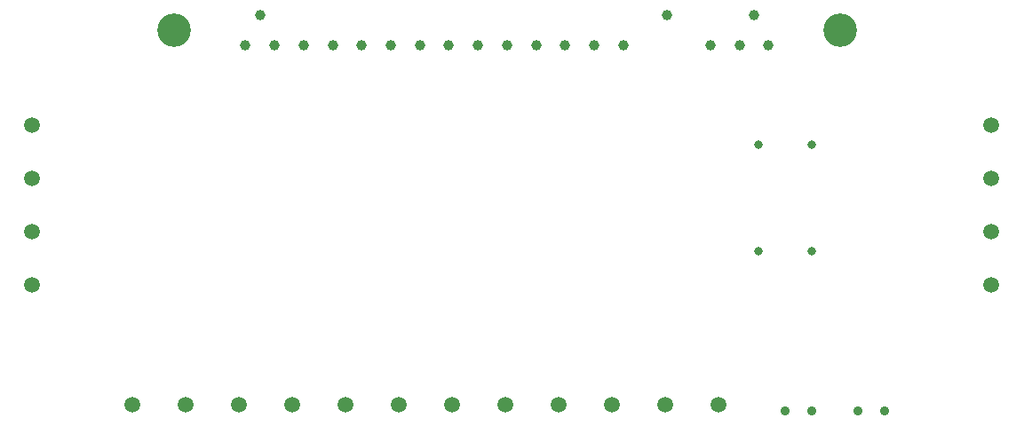
<source format=gbr>
%TF.GenerationSoftware,KiCad,Pcbnew,(6.0.7)*%
%TF.CreationDate,2022-09-12T17:05:53+03:00*%
%TF.ProjectId,io-breakout,696f2d62-7265-4616-9b6f-75742e6b6963,rev?*%
%TF.SameCoordinates,Original*%
%TF.FileFunction,Plated,1,2,PTH,Drill*%
%TF.FilePolarity,Positive*%
%FSLAX46Y46*%
G04 Gerber Fmt 4.6, Leading zero omitted, Abs format (unit mm)*
G04 Created by KiCad (PCBNEW (6.0.7)) date 2022-09-12 17:05:53*
%MOMM*%
%LPD*%
G01*
G04 APERTURE LIST*
%TA.AperFunction,ComponentDrill*%
%ADD10C,0.800000*%
%TD*%
%TA.AperFunction,ComponentDrill*%
%ADD11C,0.900000*%
%TD*%
%TA.AperFunction,ComponentDrill*%
%ADD12C,1.000000*%
%TD*%
%TA.AperFunction,ComponentDrill*%
%ADD13C,1.520000*%
%TD*%
%TA.AperFunction,ComponentDrill*%
%ADD14C,3.200000*%
%TD*%
G04 APERTURE END LIST*
D10*
%TO.C,R2*%
X158115000Y-83185000D03*
X158115000Y-93345000D03*
%TO.C,R1*%
X163195000Y-83185000D03*
X163195000Y-93345000D03*
D11*
%TO.C,D2*%
X160660000Y-108585000D03*
X163200000Y-108585000D03*
%TO.C,D1*%
X167645000Y-108585000D03*
X170185000Y-108585000D03*
D12*
%TO.C,J9*%
X109220000Y-73660000D03*
X110605000Y-70820000D03*
X111990000Y-73660000D03*
X114760000Y-73660000D03*
X117530000Y-73660000D03*
X120300000Y-73660000D03*
X123070000Y-73660000D03*
X125840000Y-73660000D03*
X128610000Y-73660000D03*
X131380000Y-73660000D03*
X134150000Y-73660000D03*
X136920000Y-73660000D03*
X139690000Y-73660000D03*
X142460000Y-73660000D03*
X145230000Y-73660000D03*
X149385000Y-70820000D03*
X153540000Y-73660000D03*
X156310000Y-73660000D03*
X157695000Y-70820000D03*
X159080000Y-73660000D03*
D13*
%TO.C,J10*%
X88900000Y-81280000D03*
X88900000Y-86360000D03*
%TO.C,J11*%
X88900000Y-91440000D03*
X88900000Y-96520000D03*
%TO.C,J1*%
X98425000Y-107950000D03*
X103505000Y-107950000D03*
%TO.C,J2*%
X108585000Y-107950000D03*
X113665000Y-107950000D03*
%TO.C,J3*%
X118745000Y-107950000D03*
X123825000Y-107950000D03*
%TO.C,J4*%
X128905000Y-107950000D03*
X133985000Y-107950000D03*
%TO.C,J5*%
X139065000Y-107950000D03*
X144145000Y-107950000D03*
%TO.C,J6*%
X149225000Y-107950000D03*
X154305000Y-107950000D03*
%TO.C,J8*%
X180340000Y-81280000D03*
X180340000Y-86360000D03*
%TO.C,J7*%
X180340000Y-91440000D03*
X180340000Y-96520000D03*
D14*
%TO.C,J9*%
X102400000Y-72240000D03*
X165900000Y-72240000D03*
M02*

</source>
